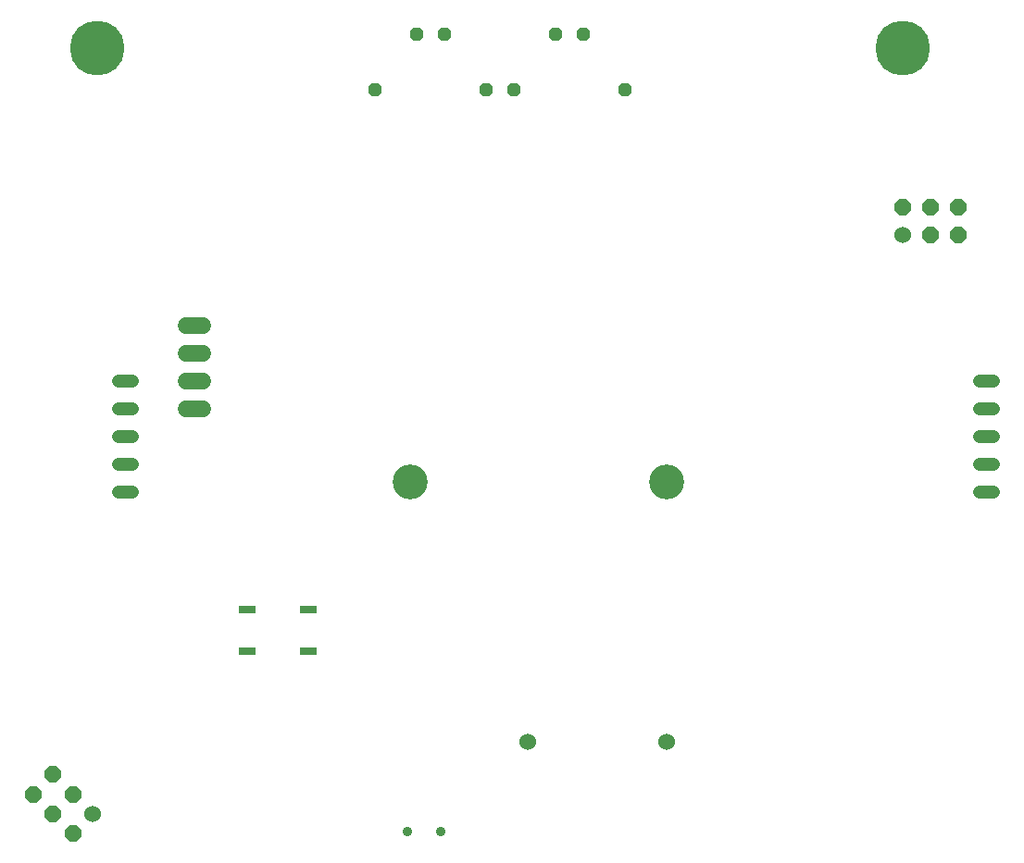
<source format=gbr>
G04 EAGLE Gerber RS-274X export*
G75*
%MOMM*%
%FSLAX34Y34*%
%LPD*%
%INSoldermask Bottom*%
%IPPOS*%
%AMOC8*
5,1,8,0,0,1.08239X$1,22.5*%
G01*
%ADD10C,5.000000*%
%ADD11R,1.524000X0.762000*%
%ADD12C,1.219200*%
%ADD13C,0.900000*%
%ADD14C,1.524000*%
%ADD15C,3.200000*%
%ADD16C,1.524000*%
%ADD17P,1.319650X8X202.500000*%
%ADD18P,1.319650X8X22.500000*%
%ADD19P,1.649562X8X22.500000*%
%ADD20P,1.649562X8X157.500000*%


D10*
X76200Y736600D03*
X812800Y736600D03*
D11*
X213360Y184150D03*
X269240Y184150D03*
X213360Y222250D03*
X269240Y222250D03*
D12*
X882904Y431800D02*
X895096Y431800D01*
X895096Y406400D02*
X882904Y406400D01*
X882904Y381000D02*
X895096Y381000D01*
X895096Y355600D02*
X882904Y355600D01*
X882904Y330200D02*
X895096Y330200D01*
X107696Y330200D02*
X95504Y330200D01*
X95504Y355600D02*
X107696Y355600D01*
X107696Y381000D02*
X95504Y381000D01*
X95504Y406400D02*
X107696Y406400D01*
X107696Y431800D02*
X95504Y431800D01*
D13*
X359664Y19050D03*
X389636Y19050D03*
D14*
X596900Y101600D03*
X469900Y101600D03*
D15*
X596900Y339090D03*
X361950Y339090D03*
D16*
X172720Y482600D02*
X157480Y482600D01*
X157480Y457200D02*
X172720Y457200D01*
X172720Y431800D02*
X157480Y431800D01*
X157480Y406400D02*
X172720Y406400D01*
D17*
X431800Y698500D03*
X330200Y698500D03*
X558800Y698500D03*
X457200Y698500D03*
D18*
X368300Y749300D03*
X393700Y749300D03*
X495300Y749300D03*
X520700Y749300D03*
D14*
X812800Y565150D03*
D19*
X838200Y565150D03*
X863600Y565150D03*
X812800Y590550D03*
X838200Y590550D03*
X863600Y590550D03*
D14*
X71391Y35470D03*
D20*
X53430Y53430D03*
X35470Y71391D03*
X53430Y17509D03*
X35470Y35470D03*
X17509Y53430D03*
M02*

</source>
